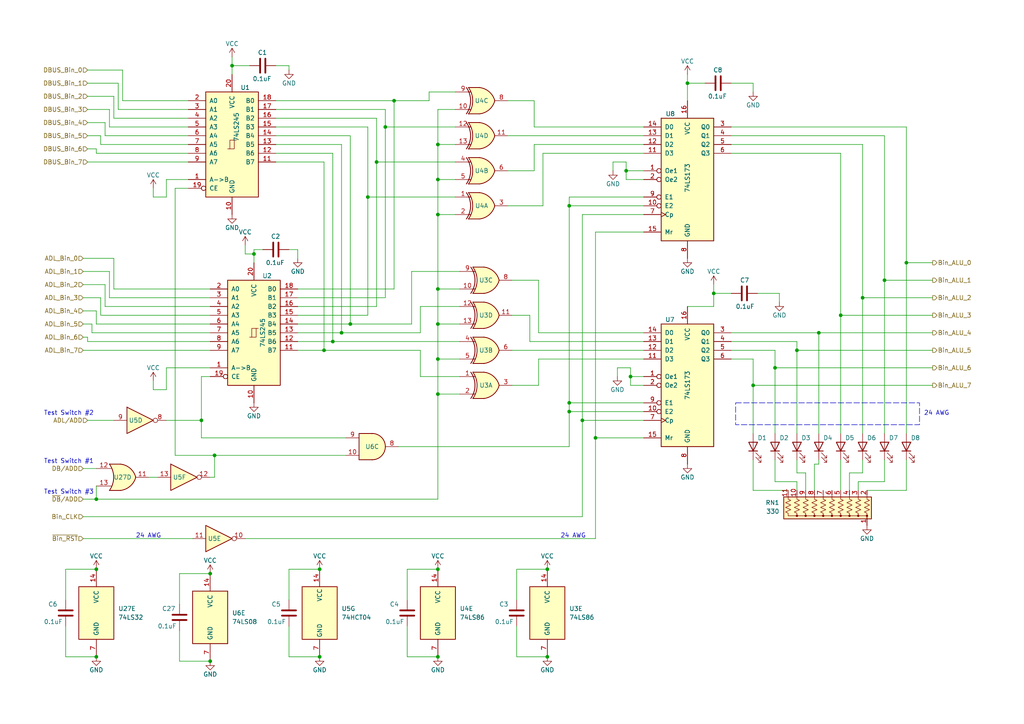
<source format=kicad_sch>
(kicad_sch (version 20230121) (generator eeschema)
  (paper "A4")
  (title_block (title "PRP-6502 -- ALU : B Input Register") (date "2023-07-06") (rev "1") (company "PRP-DIY"))
  (lib_symbols
    (symbol "74xx:74HCT04"
      (property "Reference" "U" (at 0 1.27 0))
      (property "Value" "74HCT04" (at 0 -1.27 0))
      (symbol "74HCT04_1_0"
        (pin input line (at -7.62 0 0) (length 3.81) (name "~") (number "1"))
        (pin output inverted (at 7.62 0 180) (length 3.81) (name "~") (number "2"))
      )
      (symbol "74HCT04_2_0"
        (pin input line (at -7.62 0 0) (length 3.81) (name "~") (number "3"))
        (pin output inverted (at 7.62 0 180) (length 3.81) (name "~") (number "4"))
      )
      (symbol "74HCT04_3_0"
        (pin input line (at -7.62 0 0) (length 3.81) (name "~") (number "5"))
        (pin output inverted (at 7.62 0 180) (length 3.81) (name "~") (number "6"))
      )
      (symbol "74HCT04_4_0"
        (pin output inverted (at 7.62 0 180) (length 3.81) (name "~") (number "8"))
        (pin input line (at -7.62 0 0) (length 3.81) (name "~") (number "9"))
      )
      (symbol "74HCT04_5_0"
        (pin output inverted (at 7.62 0 180) (length 3.81) (name "~") (number "10"))
        (pin input line (at -7.62 0 0) (length 3.81) (name "~") (number "11"))
      )
      (symbol "74HCT04_6_0"
        (pin output inverted (at 7.62 0 180) (length 3.81) (name "~") (number "12"))
        (pin input line (at -7.62 0 0) (length 3.81) (name "~") (number "13"))
      )
      (symbol "74HCT04_7_0"
        (pin power_in line (at 0 12.7 270) (length 5.08) (name "VCC") (number "14"))
        (pin power_in line (at 0 -12.7 90) (length 5.08) (name "GND") (number "7"))
      )
    )
    (symbol "74xx:74LS08" (pin_names (offset 1.016))
      (property "Reference" "U" (at 0 1.27 0))
      (property "Value" "74LS08" (at 0 -1.27 0))
      (symbol "74LS08_1_1"
        (pin input line (at -7.62 2.54 0) (length 3.81) (name "~") (number "1"))
        (pin input line (at -7.62 -2.54 0) (length 3.81) (name "~") (number "2"))
        (pin output line (at 7.62 0 180) (length 3.81) (name "~") (number "3"))
      )
      (symbol "74LS08_1_2"
        (pin input inverted (at -7.62 2.54 0) (length 4.318) (name "~") (number "1"))
        (pin input inverted (at -7.62 -2.54 0) (length 4.318) (name "~") (number "2"))
        (pin output inverted (at 7.62 0 180) (length 3.81) (name "~") (number "3"))
      )
      (symbol "74LS08_2_1"
        (pin input line (at -7.62 2.54 0) (length 3.81) (name "~") (number "4"))
        (pin input line (at -7.62 -2.54 0) (length 3.81) (name "~") (number "5"))
        (pin output line (at 7.62 0 180) (length 3.81) (name "~") (number "6"))
      )
      (symbol "74LS08_2_2"
        (pin input inverted (at -7.62 2.54 0) (length 4.318) (name "~") (number "4"))
        (pin input inverted (at -7.62 -2.54 0) (length 4.318) (name "~") (number "5"))
        (pin output inverted (at 7.62 0 180) (length 3.81) (name "~") (number "6"))
      )
      (symbol "74LS08_3_1"
        (pin input line (at -7.62 -2.54 0) (length 3.81) (name "~") (number "10"))
        (pin output line (at 7.62 0 180) (length 3.81) (name "~") (number "8"))
        (pin input line (at -7.62 2.54 0) (length 3.81) (name "~") (number "9"))
      )
      (symbol "74LS08_3_2"
        (pin input inverted (at -7.62 -2.54 0) (length 4.318) (name "~") (number "10"))
        (pin output inverted (at 7.62 0 180) (length 3.81) (name "~") (number "8"))
        (pin input inverted (at -7.62 2.54 0) (length 4.318) (name "~") (number "9"))
      )
      (symbol "74LS08_4_1"
        (pin output line (at 7.62 0 180) (length 3.81) (name "~") (number "11"))
        (pin input line (at -7.62 2.54 0) (length 3.81) (name "~") (number "12"))
        (pin input line (at -7.62 -2.54 0) (length 3.81) (name "~") (number "13"))
      )
      (symbol "74LS08_4_2"
        (pin output inverted (at 7.62 0 180) (length 3.81) (name "~") (number "11"))
        (pin input inverted (at -7.62 2.54 0) (length 4.318) (name "~") (number "12"))
        (pin input inverted (at -7.62 -2.54 0) (length 4.318) (name "~") (number "13"))
      )
      (symbol "74LS08_5_0"
        (pin power_in line (at 0 12.7 270) (length 5.08) (name "VCC") (number "14"))
        (pin power_in line (at 0 -12.7 90) (length 5.08) (name "GND") (number "7"))
      )
    )
    (symbol "74xx:74LS173" (pin_names (offset 1.016))
      (property "Reference" "U" (at -7.62 19.05 0))
      (property "Value" "74LS173" (at -7.62 -19.05 0))
      (symbol "74LS173_1_0"
        (pin input inverted (at -12.7 2.54 0) (length 5.08) (name "Oe1") (number "1"))
        (pin input inverted (at -12.7 -7.62 0) (length 5.08) (name "E2") (number "10"))
        (pin input line (at -12.7 7.62 0) (length 5.08) (name "D3") (number "11"))
        (pin input line (at -12.7 10.16 0) (length 5.08) (name "D2") (number "12"))
        (pin input line (at -12.7 12.7 0) (length 5.08) (name "D1") (number "13"))
        (pin input line (at -12.7 15.24 0) (length 5.08) (name "D0") (number "14"))
        (pin input line (at -12.7 -15.24 0) (length 5.08) (name "Mr") (number "15"))
        (pin power_in line (at 0 22.86 270) (length 5.08) (name "VCC") (number "16"))
        (pin input inverted (at -12.7 0 0) (length 5.08) (name "Oe2") (number "2"))
        (pin tri_state line (at 12.7 15.24 180) (length 5.08) (name "Q0") (number "3"))
        (pin tri_state line (at 12.7 12.7 180) (length 5.08) (name "Q1") (number "4"))
        (pin tri_state line (at 12.7 10.16 180) (length 5.08) (name "Q2") (number "5"))
        (pin tri_state line (at 12.7 7.62 180) (length 5.08) (name "Q3") (number "6"))
        (pin input clock (at -12.7 -10.16 0) (length 5.08) (name "Cp") (number "7"))
        (pin power_in line (at 0 -22.86 90) (length 5.08) (name "GND") (number "8"))
        (pin input inverted (at -12.7 -5.08 0) (length 5.08) (name "E1") (number "9"))
      )
    )
    (symbol "74xx:74LS245" (pin_names (offset 1.016))
      (property "Reference" "U" (at -7.62 16.51 0))
      (property "Value" "74LS245" (at -7.62 -16.51 0))
      (symbol "74LS245_1_0"
        (pin input line (at -12.7 -10.16 0) (length 5.08) (name "A->B") (number "1"))
        (pin power_in line (at 0 -20.32 90) (length 5.08) (name "GND") (number "10"))
        (pin tri_state line (at 12.7 -5.08 180) (length 5.08) (name "B7") (number "11"))
        (pin tri_state line (at 12.7 -2.54 180) (length 5.08) (name "B6") (number "12"))
        (pin tri_state line (at 12.7 0 180) (length 5.08) (name "B5") (number "13"))
        (pin tri_state line (at 12.7 2.54 180) (length 5.08) (name "B4") (number "14"))
        (pin tri_state line (at 12.7 5.08 180) (length 5.08) (name "B3") (number "15"))
        (pin tri_state line (at 12.7 7.62 180) (length 5.08) (name "B2") (number "16"))
        (pin tri_state line (at 12.7 10.16 180) (length 5.08) (name "B1") (number "17"))
        (pin tri_state line (at 12.7 12.7 180) (length 5.08) (name "B0") (number "18"))
        (pin input inverted (at -12.7 -12.7 0) (length 5.08) (name "CE") (number "19"))
        (pin tri_state line (at -12.7 12.7 0) (length 5.08) (name "A0") (number "2"))
        (pin power_in line (at 0 20.32 270) (length 5.08) (name "VCC") (number "20"))
        (pin tri_state line (at -12.7 10.16 0) (length 5.08) (name "A1") (number "3"))
        (pin tri_state line (at -12.7 7.62 0) (length 5.08) (name "A2") (number "4"))
        (pin tri_state line (at -12.7 5.08 0) (length 5.08) (name "A3") (number "5"))
        (pin tri_state line (at -12.7 2.54 0) (length 5.08) (name "A4") (number "6"))
        (pin tri_state line (at -12.7 0 0) (length 5.08) (name "A5") (number "7"))
        (pin tri_state line (at -12.7 -2.54 0) (length 5.08) (name "A6") (number "8"))
        (pin tri_state line (at -12.7 -5.08 0) (length 5.08) (name "A7") (number "9"))
      )
    )
    (symbol "74xx:74LS32" (pin_names (offset 1.016))
      (property "Reference" "U" (at 0 1.27 0))
      (property "Value" "74LS32" (at 0 -1.27 0))
      (symbol "74LS32_1_1"
        (pin input line (at -7.62 2.54 0) (length 4.318) (name "~") (number "1"))
        (pin input line (at -7.62 -2.54 0) (length 4.318) (name "~") (number "2"))
        (pin output line (at 7.62 0 180) (length 3.81) (name "~") (number "3"))
      )
      (symbol "74LS32_1_2"
        (pin input inverted (at -7.62 2.54 0) (length 3.81) (name "~") (number "1"))
        (pin input inverted (at -7.62 -2.54 0) (length 3.81) (name "~") (number "2"))
        (pin output inverted (at 7.62 0 180) (length 3.81) (name "~") (number "3"))
      )
      (symbol "74LS32_2_1"
        (pin input line (at -7.62 2.54 0) (length 4.318) (name "~") (number "4"))
        (pin input line (at -7.62 -2.54 0) (length 4.318) (name "~") (number "5"))
        (pin output line (at 7.62 0 180) (length 3.81) (name "~") (number "6"))
      )
      (symbol "74LS32_2_2"
        (pin input inverted (at -7.62 2.54 0) (length 3.81) (name "~") (number "4"))
        (pin input inverted (at -7.62 -2.54 0) (length 3.81) (name "~") (number "5"))
        (pin output inverted (at 7.62 0 180) (length 3.81) (name "~") (number "6"))
      )
      (symbol "74LS32_3_1"
        (pin input line (at -7.62 -2.54 0) (length 4.318) (name "~") (number "10"))
        (pin output line (at 7.62 0 180) (length 3.81) (name "~") (number "8"))
        (pin input line (at -7.62 2.54 0) (length 4.318) (name "~") (number "9"))
      )
      (symbol "74LS32_3_2"
        (pin input inverted (at -7.62 -2.54 0) (length 3.81) (name "~") (number "10"))
        (pin output inverted (at 7.62 0 180) (length 3.81) (name "~") (number "8"))
        (pin input inverted (at -7.62 2.54 0) (length 3.81) (name "~") (number "9"))
      )
      (symbol "74LS32_4_1"
        (pin output line (at 7.62 0 180) (length 3.81) (name "~") (number "11"))
        (pin input line (at -7.62 2.54 0) (length 4.318) (name "~") (number "12"))
        (pin input line (at -7.62 -2.54 0) (length 4.318) (name "~") (number "13"))
      )
      (symbol "74LS32_4_2"
        (pin output inverted (at 7.62 0 180) (length 3.81) (name "~") (number "11"))
        (pin input inverted (at -7.62 2.54 0) (length 3.81) (name "~") (number "12"))
        (pin input inverted (at -7.62 -2.54 0) (length 3.81) (name "~") (number "13"))
      )
      (symbol "74LS32_5_0"
        (pin power_in line (at 0 12.7 270) (length 5.08) (name "VCC") (number "14"))
        (pin power_in line (at 0 -12.7 90) (length 5.08) (name "GND") (number "7"))
      )
    )
    (symbol "74xx:74LS86" (pin_names (offset 1.016))
      (property "Reference" "U" (at 0 1.27 0))
      (property "Value" "74LS86" (at 0 -1.27 0))
      (symbol "74LS86_1_0"
        (pin input line (at -7.62 2.54 0) (length 4.445) (name "~") (number "1"))
        (pin input line (at -7.62 -2.54 0) (length 4.445) (name "~") (number "2"))
        (pin output line (at 7.62 0 180) (length 3.81) (name "~") (number "3"))
      )
      (symbol "74LS86_2_0"
        (pin input line (at -7.62 2.54 0) (length 4.445) (name "~") (number "4"))
        (pin input line (at -7.62 -2.54 0) (length 4.445) (name "~") (number "5"))
        (pin output line (at 7.62 0 180) (length 3.81) (name "~") (number "6"))
      )
      (symbol "74LS86_3_0"
        (pin input line (at -7.62 -2.54 0) (length 4.445) (name "~") (number "10"))
        (pin output line (at 7.62 0 180) (length 3.81) (name "~") (number "8"))
        (pin input line (at -7.62 2.54 0) (length 4.445) (name "~") (number "9"))
      )
      (symbol "74LS86_4_0"
        (pin output line (at 7.62 0 180) (length 3.81) (name "~") (number "11"))
        (pin input line (at -7.62 2.54 0) (length 4.445) (name "~") (number "12"))
        (pin input line (at -7.62 -2.54 0) (length 4.445) (name "~") (number "13"))
      )
      (symbol "74LS86_5_0"
        (pin power_in line (at 0 12.7 270) (length 5.08) (name "VCC") (number "14"))
        (pin power_in line (at 0 -12.7 90) (length 5.08) (name "GND") (number "7"))
      )
    )
    (symbol "Device:C" (pin_numbers hide) (pin_names (offset 0.254))
      (property "Reference" "C" (at 0.635 2.54 0))
      (property "Value" "C" (at 0.635 -2.54 0))
      (symbol "C_1_1"
        (pin passive line (at 0 3.81 270) (length 2.794) (name "~") (number "1"))
        (pin passive line (at 0 -3.81 90) (length 2.794) (name "~") (number "2"))
      )
    )
    (symbol "Device:LED" (pin_numbers hide) (pin_names (offset 1.016) hide)
      (property "Reference" "D" (at 0 2.54 0))
      (property "Value" "LED" (at 0 -2.54 0))
      (symbol "LED_1_1"
        (pin passive line (at -3.81 0 0) (length 2.54) (name "K") (number "1"))
        (pin passive line (at 3.81 0 180) (length 2.54) (name "A") (number "2"))
      )
    )
    (symbol "Device:R_Network10_US" (pin_names (offset 0) hide)
      (property "Reference" "RN" (at -15.24 0 90))
      (property "Value" "R_Network10_US" (at 12.7 0 90))
      (symbol "R_Network10_US_1_1"
        (pin passive line (at -12.7 5.08 270) (length 2.54) (name "common") (number "1"))
        (pin passive line (at 7.62 -5.08 90) (length 1.27) (name "R9") (number "10"))
        (pin passive line (at 10.16 -5.08 90) (length 1.27) (name "R10") (number "11"))
        (pin passive line (at -12.7 -5.08 90) (length 1.27) (name "R1") (number "2"))
        (pin passive line (at -10.16 -5.08 90) (length 1.27) (name "R2") (number "3"))
        (pin passive line (at -7.62 -5.08 90) (length 1.27) (name "R3") (number "4"))
        (pin passive line (at -5.08 -5.08 90) (length 1.27) (name "R4") (number "5"))
        (pin passive line (at -2.54 -5.08 90) (length 1.27) (name "R5") (number "6"))
        (pin passive line (at 0 -5.08 90) (length 1.27) (name "R6") (number "7"))
        (pin passive line (at 2.54 -5.08 90) (length 1.27) (name "R7") (number "8"))
        (pin passive line (at 5.08 -5.08 90) (length 1.27) (name "R8") (number "9"))
      )
    )
    (symbol "power:GND" (power) (pin_names (offset 0))
      (property "Value" "GND" (at 0 -3.81 0))
      (symbol "GND_1_1"
        (pin power_in line (at 0 0 270) (length 0) hide (name "GND") (number "1"))
      )
    )
    (symbol "power:VCC" (power) (pin_names (offset 0))
      (property "Value" "VCC" (at 0 3.81 0))
      (symbol "VCC_1_1"
        (pin power_in line (at 0 0 90) (length 0) hide (name "VCC") (number "1"))
      )
    )
  )
  (junction (at 114.3 29.21))
  (junction (at 237.49 96.52))
  (junction (at 111.76 36.83))
  (junction (at 73.66 73.66))
  (junction (at 99.06 96.52))
  (junction (at 62.23 132.08))
  (junction (at 158.75 190.5))
  (junction (at 158.75 165.1))
  (junction (at 127 165.1))
  (junction (at 60.96 166.37))
  (junction (at 199.39 24.13))
  (junction (at 231.14 101.6))
  (junction (at 93.98 101.6))
  (junction (at 92.71 190.5))
  (junction (at 243.84 91.44))
  (junction (at 60.96 191.77))
  (junction (at 106.68 57.15))
  (junction (at 172.72 127))
  (junction (at 92.71 165.1))
  (junction (at 27.94 165.1))
  (junction (at 127 41.91))
  (junction (at 67.31 19.05))
  (junction (at 58.42 121.92))
  (junction (at 262.89 76.2))
  (junction (at 109.22 46.99))
  (junction (at 168.91 121.92))
  (junction (at 127 104.14))
  (junction (at 165.1 116.84))
  (junction (at 256.54 81.28))
  (junction (at 224.79 106.68))
  (junction (at 127 114.3))
  (junction (at 101.6 93.98))
  (junction (at 127 93.98))
  (junction (at 27.94 190.5))
  (junction (at 127 190.5))
  (junction (at 218.44 111.76))
  (junction (at 127 52.07))
  (junction (at 181.61 49.53))
  (junction (at 165.1 59.69))
  (junction (at 207.01 85.09))
  (junction (at 96.52 99.06))
  (junction (at 127 62.23))
  (junction (at 182.88 109.22))
  (junction (at 165.1 119.38))
  (junction (at 250.19 86.36))
  (junction (at 127 83.82))
  (junction (at 27.94 144.78))
  (wire (pts (xy 101.6 39.37) (xy 101.6 93.98)))
  (wire (pts (xy 31.75 86.36) (xy 31.75 78.74)))
  (wire (pts (xy 121.92 109.22) (xy 121.92 101.6)))
  (wire (pts (xy 256.54 139.7) (xy 256.54 133.35)))
  (wire (pts (xy 165.1 119.38) (xy 165.1 116.84)))
  (wire (pts (xy 147.32 59.69) (xy 157.48 59.69)))
  (wire (pts (xy 60.96 83.82) (xy 33.02 83.82)))
  (wire (pts (xy 118.11 173.99) (xy 118.11 165.1)))
  (wire (pts (xy 237.49 96.52) (xy 237.49 125.73)))
  (wire (pts (xy 62.23 132.08) (xy 50.8 132.08)))
  (wire (pts (xy 248.92 139.7) (xy 256.54 139.7)))
  (wire (pts (xy 34.29 24.13) (xy 25.4 24.13)))
  (wire (pts (xy 224.79 101.6) (xy 224.79 106.68)))
  (wire (pts (xy 127 52.07) (xy 132.08 52.07)))
  (wire (pts (xy 224.79 106.68) (xy 224.79 125.73)))
  (wire (pts (xy 182.88 109.22) (xy 186.69 109.22)))
  (wire (pts (xy 154.94 49.53) (xy 147.32 49.53)))
  (wire (pts (xy 127 41.91) (xy 127 52.07)))
  (wire (pts (xy 156.21 96.52) (xy 156.21 81.28)))
  (wire (pts (xy 80.01 31.75) (xy 111.76 31.75)))
  (wire (pts (xy 24.13 144.78) (xy 27.94 144.78)))
  (wire (pts (xy 80.01 41.91) (xy 99.06 41.91)))
  (wire (pts (xy 118.11 190.5) (xy 127 190.5)))
  (wire (pts (xy 31.75 31.75) (xy 25.4 31.75)))
  (wire (pts (xy 179.07 106.68) (xy 179.07 109.22)))
  (wire (pts (xy 149.86 190.5) (xy 158.75 190.5)))
  (wire (pts (xy 199.39 24.13) (xy 199.39 29.21)))
  (wire (pts (xy 218.44 111.76) (xy 270.51 111.76)))
  (wire (pts (xy 127 104.14) (xy 127 114.3)))
  (wire (pts (xy 224.79 139.7) (xy 224.79 133.35)))
  (wire (pts (xy 96.52 99.06) (xy 133.35 99.06)))
  (wire (pts (xy 127 93.98) (xy 127 104.14)))
  (wire (pts (xy 165.1 59.69) (xy 186.69 59.69)))
  (wire (pts (xy 93.98 46.99) (xy 93.98 101.6)))
  (wire (pts (xy 83.82 190.5) (xy 92.71 190.5)))
  (wire (pts (xy 33.02 83.82) (xy 33.02 74.93)))
  (wire (pts (xy 156.21 104.14) (xy 156.21 111.76)))
  (wire (pts (xy 237.49 134.62) (xy 236.22 134.62)))
  (wire (pts (xy 114.3 29.21) (xy 124.46 29.21)))
  (wire (pts (xy 157.48 44.45) (xy 157.48 59.69)))
  (wire (pts (xy 199.39 88.9) (xy 207.01 88.9)))
  (wire (pts (xy 207.01 85.09) (xy 212.09 85.09)))
  (wire (pts (xy 24.13 156.21) (xy 55.88 156.21)))
  (wire (pts (xy 186.69 41.91) (xy 154.94 41.91)))
  (wire (pts (xy 44.45 110.49) (xy 44.45 113.03)))
  (wire (pts (xy 186.69 52.07) (xy 181.61 52.07)))
  (wire (pts (xy 256.54 81.28) (xy 256.54 125.73)))
  (wire (pts (xy 86.36 96.52) (xy 99.06 96.52)))
  (wire (pts (xy 132.08 26.67) (xy 124.46 26.67)))
  (wire (pts (xy 132.08 31.75) (xy 127 31.75)))
  (wire (pts (xy 83.82 19.05) (xy 83.82 20.32)))
  (wire (pts (xy 30.48 35.56) (xy 25.4 35.56)))
  (wire (pts (xy 168.91 121.92) (xy 168.91 149.86)))
  (wire (pts (xy 31.75 36.83) (xy 31.75 31.75)))
  (wire (pts (xy 119.38 78.74) (xy 119.38 93.98)))
  (wire (pts (xy 237.49 134.62) (xy 237.49 133.35)))
  (wire (pts (xy 83.82 173.99) (xy 83.82 165.1)))
  (wire (pts (xy 27.94 44.45) (xy 27.94 43.18)))
  (wire (pts (xy 154.94 41.91) (xy 154.94 49.53)))
  (wire (pts (xy 186.69 62.23) (xy 168.91 62.23)))
  (wire (pts (xy 243.84 44.45) (xy 243.84 91.44)))
  (wire (pts (xy 127 41.91) (xy 132.08 41.91)))
  (wire (pts (xy 231.14 139.7) (xy 231.14 142.24)))
  (wire (pts (xy 29.21 41.91) (xy 29.21 39.37)))
  (wire (pts (xy 231.14 99.06) (xy 231.14 101.6)))
  (wire (pts (xy 27.94 90.17) (xy 24.13 90.17)))
  (wire (pts (xy 111.76 86.36) (xy 111.76 36.83)))
  (wire (pts (xy 199.39 21.59) (xy 199.39 24.13)))
  (wire (pts (xy 228.6 142.24) (xy 218.44 142.24)))
  (wire (pts (xy 165.1 57.15) (xy 165.1 59.69)))
  (wire (pts (xy 50.8 132.08) (xy 50.8 54.61)))
  (wire (pts (xy 62.23 132.08) (xy 100.33 132.08)))
  (wire (pts (xy 58.42 127) (xy 58.42 121.92)))
  (wire (pts (xy 186.69 36.83) (xy 154.94 36.83)))
  (wire (pts (xy 127 52.07) (xy 127 62.23)))
  (wire (pts (xy 67.31 19.05) (xy 67.31 21.59)))
  (wire (pts (xy 26.67 96.52) (xy 26.67 93.98)))
  (wire (pts (xy 172.72 127) (xy 186.69 127)))
  (wire (pts (xy 246.38 142.24) (xy 246.38 137.16)))
  (wire (pts (xy 19.05 165.1) (xy 27.94 165.1)))
  (wire (pts (xy 80.01 36.83) (xy 106.68 36.83)))
  (wire (pts (xy 26.67 93.98) (xy 24.13 93.98)))
  (wire (pts (xy 60.96 138.43) (xy 62.23 138.43)))
  (wire (pts (xy 48.26 52.07) (xy 54.61 52.07)))
  (wire (pts (xy 52.07 175.26) (xy 52.07 166.37)))
  (wire (pts (xy 33.02 34.29) (xy 33.02 27.94)))
  (wire (pts (xy 250.19 41.91) (xy 250.19 86.36)))
  (wire (pts (xy 73.66 72.39) (xy 73.66 73.66)))
  (wire (pts (xy 153.67 91.44) (xy 153.67 99.06)))
  (wire (pts (xy 54.61 39.37) (xy 30.48 39.37)))
  (wire (pts (xy 83.82 165.1) (xy 92.71 165.1)))
  (wire (pts (xy 127 114.3) (xy 133.35 114.3)))
  (wire (pts (xy 212.09 104.14) (xy 218.44 104.14)))
  (wire (pts (xy 127 104.14) (xy 133.35 104.14)))
  (wire (pts (xy 262.89 142.24) (xy 262.89 133.35)))
  (wire (pts (xy 86.36 101.6) (xy 93.98 101.6)))
  (wire (pts (xy 165.1 59.69) (xy 165.1 116.84)))
  (wire (pts (xy 127 62.23) (xy 127 83.82)))
  (wire (pts (xy 29.21 91.44) (xy 29.21 86.36)))
  (wire (pts (xy 148.59 91.44) (xy 153.67 91.44)))
  (wire (pts (xy 80.01 39.37) (xy 101.6 39.37)))
  (wire (pts (xy 156.21 111.76) (xy 148.59 111.76)))
  (wire (pts (xy 86.36 86.36) (xy 111.76 86.36)))
  (wire (pts (xy 80.01 44.45) (xy 96.52 44.45)))
  (wire (pts (xy 111.76 36.83) (xy 132.08 36.83)))
  (wire (pts (xy 106.68 36.83) (xy 106.68 57.15)))
  (wire (pts (xy 250.19 86.36) (xy 270.51 86.36)))
  (wire (pts (xy 181.61 46.99) (xy 177.8 46.99)))
  (wire (pts (xy 181.61 52.07) (xy 181.61 49.53)))
  (wire (pts (xy 27.94 144.78) (xy 27.94 140.97)))
  (wire (pts (xy 182.88 111.76) (xy 182.88 109.22)))
  (wire (pts (xy 127 93.98) (xy 133.35 93.98)))
  (wire (pts (xy 67.31 19.05) (xy 72.39 19.05)))
  (wire (pts (xy 29.21 39.37) (xy 25.4 39.37)))
  (wire (pts (xy 262.89 76.2) (xy 262.89 125.73)))
  (wire (pts (xy 147.32 39.37) (xy 186.69 39.37)))
  (wire (pts (xy 212.09 36.83) (xy 262.89 36.83)))
  (wire (pts (xy 48.26 106.68) (xy 60.96 106.68)))
  (wire (pts (xy 186.69 57.15) (xy 165.1 57.15)))
  (wire (pts (xy 127 31.75) (xy 127 41.91)))
  (wire (pts (xy 29.21 86.36) (xy 24.13 86.36)))
  (wire (pts (xy 33.02 74.93) (xy 24.13 74.93)))
  (wire (pts (xy 52.07 166.37) (xy 60.96 166.37)))
  (wire (pts (xy 93.98 101.6) (xy 121.92 101.6)))
  (wire (pts (xy 251.46 142.24) (xy 262.89 142.24)))
  (wire (pts (xy 149.86 181.61) (xy 149.86 190.5)))
  (wire (pts (xy 186.69 96.52) (xy 156.21 96.52)))
  (wire (pts (xy 50.8 54.61) (xy 54.61 54.61)))
  (wire (pts (xy 236.22 142.24) (xy 236.22 134.62)))
  (wire (pts (xy 172.72 67.31) (xy 172.72 127)))
  (wire (pts (xy 219.71 85.09) (xy 226.06 85.09)))
  (wire (pts (xy 148.59 101.6) (xy 186.69 101.6)))
  (wire (pts (xy 58.42 109.22) (xy 60.96 109.22)))
  (wire (pts (xy 54.61 44.45) (xy 27.94 44.45)))
  (wire (pts (xy 31.75 78.74) (xy 24.13 78.74)))
  (wire (pts (xy 27.94 93.98) (xy 27.94 90.17)))
  (wire (pts (xy 24.13 149.86) (xy 168.91 149.86)))
  (wire (pts (xy 54.61 29.21) (xy 35.56 29.21)))
  (wire (pts (xy 25.4 99.06) (xy 25.4 97.79)))
  (wire (pts (xy 86.36 99.06) (xy 96.52 99.06)))
  (wire (pts (xy 30.48 88.9) (xy 30.48 82.55)))
  (wire (pts (xy 109.22 46.99) (xy 109.22 88.9)))
  (wire (pts (xy 231.14 139.7) (xy 224.79 139.7)))
  (wire (pts (xy 256.54 39.37) (xy 256.54 81.28)))
  (wire (pts (xy 186.69 67.31) (xy 172.72 67.31)))
  (wire (pts (xy 182.88 106.68) (xy 179.07 106.68)))
  (wire (pts (xy 114.3 29.21) (xy 114.3 83.82)))
  (wire (pts (xy 246.38 137.16) (xy 250.19 137.16)))
  (wire (pts (xy 109.22 34.29) (xy 109.22 46.99)))
  (wire (pts (xy 60.96 88.9) (xy 30.48 88.9)))
  (wire (pts (xy 109.22 46.99) (xy 132.08 46.99)))
  (wire (pts (xy 101.6 93.98) (xy 119.38 93.98)))
  (wire (pts (xy 212.09 44.45) (xy 243.84 44.45)))
  (wire (pts (xy 71.12 71.12) (xy 71.12 73.66)))
  (wire (pts (xy 62.23 138.43) (xy 62.23 132.08)))
  (wire (pts (xy 44.45 57.15) (xy 48.26 57.15)))
  (wire (pts (xy 250.19 137.16) (xy 250.19 133.35)))
  (wire (pts (xy 207.01 82.55) (xy 207.01 85.09)))
  (wire (pts (xy 243.84 91.44) (xy 243.84 125.73)))
  (wire (pts (xy 19.05 181.61) (xy 19.05 190.5)))
  (wire (pts (xy 121.92 96.52) (xy 99.06 96.52)))
  (wire (pts (xy 54.61 41.91) (xy 29.21 41.91)))
  (wire (pts (xy 24.13 101.6) (xy 60.96 101.6)))
  (wire (pts (xy 218.44 104.14) (xy 218.44 111.76)))
  (wire (pts (xy 186.69 44.45) (xy 157.48 44.45)))
  (wire (pts (xy 243.84 91.44) (xy 270.51 91.44)))
  (wire (pts (xy 168.91 62.23) (xy 168.91 121.92)))
  (wire (pts (xy 35.56 20.32) (xy 25.4 20.32)))
  (wire (pts (xy 121.92 88.9) (xy 121.92 96.52)))
  (wire (pts (xy 60.96 86.36) (xy 31.75 86.36)))
  (wire (pts (xy 248.92 139.7) (xy 248.92 142.24)))
  (wire (pts (xy 119.38 78.74) (xy 133.35 78.74)))
  (wire (pts (xy 212.09 99.06) (xy 231.14 99.06)))
  (wire (pts (xy 52.07 191.77) (xy 60.96 191.77)))
  (wire (pts (xy 100.33 127) (xy 58.42 127)))
  (wire (pts (xy 86.36 72.39) (xy 86.36 74.93)))
  (wire (pts (xy 218.44 142.24) (xy 218.44 133.35)))
  (wire (pts (xy 54.61 34.29) (xy 33.02 34.29)))
  (wire (pts (xy 60.96 91.44) (xy 29.21 91.44)))
  (wire (pts (xy 199.39 24.13) (xy 204.47 24.13)))
  (wire (pts (xy 58.42 121.92) (xy 58.42 109.22)))
  (wire (pts (xy 115.57 129.54) (xy 165.1 129.54)))
  (wire (pts (xy 80.01 29.21) (xy 114.3 29.21)))
  (wire (pts (xy 25.4 46.99) (xy 54.61 46.99)))
  (wire (pts (xy 48.26 121.92) (xy 58.42 121.92)))
  (wire (pts (xy 80.01 46.99) (xy 93.98 46.99)))
  (wire (pts (xy 168.91 121.92) (xy 186.69 121.92)))
  (wire (pts (xy 33.02 27.94) (xy 25.4 27.94)))
  (wire (pts (xy 262.89 36.83) (xy 262.89 76.2)))
  (wire (pts (xy 44.45 113.03) (xy 48.26 113.03)))
  (wire (pts (xy 19.05 190.5) (xy 27.94 190.5)))
  (wire (pts (xy 106.68 57.15) (xy 132.08 57.15)))
  (wire (pts (xy 67.31 16.51) (xy 67.31 19.05)))
  (wire (pts (xy 231.14 101.6) (xy 231.14 125.73)))
  (wire (pts (xy 149.86 173.99) (xy 149.86 165.1)))
  (wire (pts (xy 172.72 127) (xy 172.72 156.21)))
  (wire (pts (xy 30.48 39.37) (xy 30.48 35.56)))
  (wire (pts (xy 133.35 88.9) (xy 121.92 88.9)))
  (wire (pts (xy 27.94 43.18) (xy 25.4 43.18)))
  (wire (pts (xy 127 62.23) (xy 132.08 62.23)))
  (wire (pts (xy 99.06 41.91) (xy 99.06 96.52)))
  (wire (pts (xy 34.29 31.75) (xy 34.29 24.13)))
  (wire (pts (xy 83.82 72.39) (xy 86.36 72.39)))
  (wire (pts (xy 165.1 119.38) (xy 186.69 119.38)))
  (wire (pts (xy 80.01 19.05) (xy 83.82 19.05)))
  (wire (pts (xy 48.26 113.03) (xy 48.26 106.68)))
  (wire (pts (xy 233.68 137.16) (xy 231.14 137.16)))
  (wire (pts (xy 212.09 24.13) (xy 218.44 24.13)))
  (wire (pts (xy 127 83.82) (xy 133.35 83.82)))
  (wire (pts (xy 262.89 76.2) (xy 270.51 76.2)))
  (wire (pts (xy 186.69 111.76) (xy 182.88 111.76)))
  (wire (pts (xy 60.96 96.52) (xy 26.67 96.52)))
  (wire (pts (xy 212.09 41.91) (xy 250.19 41.91)))
  (wire (pts (xy 243.84 133.35) (xy 243.84 142.24)))
  (wire (pts (xy 182.88 109.22) (xy 182.88 106.68)))
  (wire (pts (xy 24.13 135.89) (xy 27.94 135.89)))
  (wire (pts (xy 165.1 116.84) (xy 186.69 116.84)))
  (wire (pts (xy 212.09 39.37) (xy 256.54 39.37)))
  (wire (pts (xy 54.61 36.83) (xy 31.75 36.83)))
  (wire (pts (xy 35.56 29.21) (xy 35.56 20.32)))
  (wire (pts (xy 224.79 106.68) (xy 270.51 106.68)))
  (wire (pts (xy 45.72 138.43) (xy 43.18 138.43)))
  (wire (pts (xy 73.66 72.39) (xy 76.2 72.39)))
  (wire (pts (xy 118.11 181.61) (xy 118.11 190.5)))
  (wire (pts (xy 186.69 99.06) (xy 153.67 99.06)))
  (wire (pts (xy 54.61 31.75) (xy 34.29 31.75)))
  (wire (pts (xy 154.94 36.83) (xy 154.94 29.21)))
  (wire (pts (xy 96.52 44.45) (xy 96.52 99.06)))
  (wire (pts (xy 226.06 85.09) (xy 226.06 87.63)))
  (wire (pts (xy 177.8 46.99) (xy 177.8 49.53)))
  (wire (pts (xy 154.94 29.21) (xy 147.32 29.21)))
  (wire (pts (xy 127 114.3) (xy 127 144.78)))
  (wire (pts (xy 231.14 101.6) (xy 270.51 101.6)))
  (wire (pts (xy 80.01 34.29) (xy 109.22 34.29)))
  (wire (pts (xy 233.68 142.24) (xy 233.68 137.16)))
  (wire (pts (xy 149.86 165.1) (xy 158.75 165.1)))
  (wire (pts (xy 250.19 86.36) (xy 250.19 125.73)))
  (wire (pts (xy 212.09 101.6) (xy 224.79 101.6)))
  (wire (pts (xy 86.36 93.98) (xy 101.6 93.98)))
  (wire (pts (xy 71.12 73.66) (xy 73.66 73.66)))
  (wire (pts (xy 124.46 26.67) (xy 124.46 29.21)))
  (wire (pts (xy 118.11 165.1) (xy 127 165.1)))
  (wire (pts (xy 73.66 73.66) (xy 73.66 76.2)))
  (wire (pts (xy 106.68 57.15) (xy 106.68 91.44)))
  (wire (pts (xy 30.48 82.55) (xy 24.13 82.55)))
  (wire (pts (xy 106.68 91.44) (xy 86.36 91.44)))
  (wire (pts (xy 60.96 99.06) (xy 25.4 99.06)))
  (wire (pts (xy 44.45 54.61) (xy 44.45 57.15)))
  (wire (pts (xy 27.94 144.78) (xy 127 144.78)))
  (wire (pts (xy 83.82 181.61) (xy 83.82 190.5)))
  (wire (pts (xy 48.26 57.15) (xy 48.26 52.07)))
  (wire (pts (xy 133.35 109.22) (xy 121.92 109.22)))
  (wire (pts (xy 127 83.82) (xy 127 93.98)))
  (wire (pts (xy 52.07 182.88) (xy 52.07 191.77)))
  (wire (pts (xy 207.01 85.09) (xy 207.01 88.9)))
  (wire (pts (xy 60.96 93.98) (xy 27.94 93.98)))
  (wire (pts (xy 218.44 24.13) (xy 218.44 26.67)))
  (wire (pts (xy 71.12 156.21) (xy 172.72 156.21)))
  (wire (pts (xy 156.21 81.28) (xy 148.59 81.28)))
  (wire (pts (xy 181.61 49.53) (xy 181.61 46.99)))
  (wire (pts (xy 181.61 49.53) (xy 186.69 49.53)))
  (wire (pts (xy 237.49 96.52) (xy 270.51 96.52)))
  (wire (pts (xy 109.22 88.9) (xy 86.36 88.9)))
  (wire (pts (xy 114.3 83.82) (xy 86.36 83.82)))
  (wire (pts (xy 212.09 96.52) (xy 237.49 96.52)))
  (wire (pts (xy 186.69 104.14) (xy 156.21 104.14)))
  (wire (pts (xy 231.14 137.16) (xy 231.14 133.35)))
  (wire (pts (xy 19.05 173.99) (xy 19.05 165.1)))
  (wire (pts (xy 256.54 81.28) (xy 270.51 81.28)))
  (wire (pts (xy 111.76 36.83) (xy 111.76 31.75)))
  (wire (pts (xy 218.44 111.76) (xy 218.44 125.73)))
  (wire (pts (xy 165.1 119.38) (xy 165.1 129.54)))
  (wire (pts (xy 25.4 97.79) (xy 24.13 97.79)))
  (wire (pts (xy 25.4 121.92) (xy 33.02 121.92)))
  (rectangle (start 213.36 116.84) (end 266.7 123.19) (stroke (width 0) (type dash)))
  (text "Test Switch #1" (at 12.7 134.62 0) (effects (font (size 1.27 1.27)) (justify left bottom)))
  (text "Test Switch #3\n" (at 12.7 143.51 0) (effects (font (size 1.27 1.27)) (justify left bottom)))
  (text "24 AWG" (at 162.56 156.21 0) (effects (font (size 1.27 1.27)) (justify left bottom)))
  (text "24 AWG" (at 39.37 156.21 0) (effects (font (size 1.27 1.27)) (justify left bottom)))
  (text "24 AWG" (at 267.97 120.65 0) (effects (font (size 1.27 1.27)) (justify left bottom)))
  (text "Test Switch #2" (at 12.7 120.65 0) (effects (font (size 1.27 1.27)) (justify left bottom)))
  (hierarchical_label "Bin_ALU_0" (shape output) (at 270.51 76.2 0))
  (hierarchical_label "DBUS_Bin_7" (shape input) (at 25.4 46.99 180))
  (hierarchical_label "Bin_CLK" (shape input) (at 24.13 149.86 180))
  (hierarchical_label "~{DB}{slash}ADD" (shape input) (at 24.13 144.78 180))
  (hierarchical_label "DBUS_Bin_6" (shape input) (at 25.4 43.18 180))
  (hierarchical_label "ADL_Bin_5" (shape input) (at 24.13 93.98 180))
  (hierarchical_label "Bin_ALU_1" (shape output) (at 270.51 81.28 0))
  (hierarchical_label "Bin_ALU_3" (shape output) (at 270.51 91.44 0))
  (hierarchical_label "ADL_Bin_1" (shape input) (at 24.13 78.74 180))
  (hierarchical_label "ADL{slash}ADD" (shape input) (at 25.4 121.92 180))
  (hierarchical_label "DBUS_Bin_4" (shape input) (at 25.4 35.56 180))
  (hierarchical_label "ADL_Bin_4" (shape input) (at 24.13 90.17 180))
  (hierarchical_label "DBUS_Bin_1" (shape input) (at 25.4 24.13 180))
  (hierarchical_label "DBUS_Bin_2" (shape input) (at 25.4 27.94 180))
  (hierarchical_label "DBUS_Bin_0" (shape input) (at 25.4 20.32 180))
  (hierarchical_label "Bin_ALU_5" (shape output) (at 270.51 101.6 0))
  (hierarchical_label "DBUS_Bin_5" (shape input) (at 25.4 39.37 180))
  (hierarchical_label "ADL_Bin_0" (shape input) (at 24.13 74.93 180))
  (hierarchical_label "~{Bin_RST}" (shape input) (at 24.13 156.21 180))
  (hierarchical_label "Bin_ALU_6" (shape output) (at 270.51 106.68 0))
  (hierarchical_label "Bin_ALU_4" (shape output) (at 270.51 96.52 0))
  (hierarchical_label "ADL_Bin_7" (shape input) (at 24.13 101.6 180))
  (hierarchical_label "ADL_Bin_2" (shape input) (at 24.13 82.55 180))
  (hierarchical_label "ADL_Bin_3" (shape input) (at 24.13 86.36 180))
  (hierarchical_label "Bin_ALU_7" (shape output) (at 270.51 111.76 0))
  (hierarchical_label "ADL_Bin_6" (shape input) (at 24.13 97.79 180))
  (hierarchical_label "Bin_ALU_2" (shape output) (at 270.51 86.36 0))
  (hierarchical_label "DB{slash}ADD" (shape input) (at 24.13 135.89 180))
  (hierarchical_label "DBUS_Bin_3" (shape input) (at 25.4 31.75 180))
  (symbol (lib_id "Device:C") (at 208.28 24.13 90) (unit 1)
    (property "Reference" "C8" (at 209.55 20.32 90) (effects (justify left)))
    (property "Value" "0.1uF" (at 210.82 27.94 90) (effects (justify left)))
  )
  (symbol (lib_id "power:GND") (at 86.36 74.93 0) (unit 1)
    (property "Reference" "#PWR019" (effects hide))
    (property "Value" "GND" (at 86.36 78.74 0))
  )
  (symbol (lib_id "74xx:74LS86") (at 139.7 29.21 0) (unit 3)
    (property "Reference" "U4" (at 139.7 29.21 0))
    (property "Value" "74LS86" (effects hide))
    (property "Datasheet" "74xx/74ls86.pdf" (effects hide))
  )
  (symbol (lib_id "Device:C") (at 118.11 177.8 0) (unit 1)
    (property "Reference" "C4" (at 113.03 175.26 0) (effects (justify left)))
    (property "Value" "0.1uF" (at 111.76 180.34 0) (effects (justify left)))
  )
  (symbol (lib_id "74xx:74LS08") (at 60.96 179.07 0) (unit 5)
    (property "Reference" "U6" (at 67.31 177.8 0) (effects (justify left)))
    (property "Value" "74LS08" (at 67.31 180.34 0) (effects (justify left)))
    (property "Datasheet" "http://www.ti.com/lit/gpn/sn74LS08" (effects hide))
  )
  (symbol (lib_id "74xx:74LS32") (at 27.94 177.8 0) (unit 5)
    (property "Reference" "U27" (at 34.29 176.53 0) (effects (justify left)))
    (property "Value" "74LS32" (at 34.29 179.07 0) (effects (justify left)))
    (property "Datasheet" "http://www.ti.com/lit/gpn/sn74LS32" (effects hide))
  )
  (symbol (lib_id "power:VCC") (at 67.31 16.51 0) (unit 1)
    (property "Reference" "#PWR016" (effects hide))
    (property "Value" "VCC" (at 67.31 12.7 0))
  )
  (symbol (lib_id "Device:LED") (at 218.44 129.54 90) (unit 1)
    (property "Reference" "D1" (at 219.71 127 90) (effects (justify right)))
    (property "Value" "LED" (effects hide))
  )
  (symbol (lib_id "power:GND") (at 199.39 134.62 0) (unit 1)
    (property "Reference" "#PWR08" (effects hide))
    (property "Value" "GND" (at 199.39 138.43 0))
  )
  (symbol (lib_id "Device:LED") (at 224.79 129.54 90) (unit 1)
    (property "Reference" "D2" (at 226.06 127 90) (effects (justify right)))
    (property "Value" "LED" (effects hide))
  )
  (symbol (lib_id "74xx:74LS173") (at 199.39 52.07 0) (unit 1)
    (property "Reference" "U8" (at 193.04 33.02 0) (effects (justify left)))
    (property "Value" "74LS173" (at 199.39 55.88 90) (effects (justify left)))
    (property "Datasheet" "http://www.ti.com/lit/gpn/sn74LS173" (effects hide))
  )
  (symbol (lib_id "74xx:74HCT04") (at 63.5 156.21 0) (unit 5)
    (property "Reference" "U5" (at 62.23 156.21 0))
    (property "Value" "74HCT04" (effects hide))
    (property "Datasheet" "https://assets.nexperia.com/documents/data-sheet/74HC_HCT04.pdf" (effects hide))
  )
  (symbol (lib_id "power:VCC") (at 71.12 71.12 0) (unit 1)
    (property "Reference" "#PWR018" (effects hide))
    (property "Value" "VCC" (at 71.12 67.31 0))
  )
  (symbol (lib_id "power:GND") (at 251.46 152.4 0) (unit 1)
    (property "Reference" "#PWR03" (effects hide))
    (property "Value" "GND" (at 251.46 156.21 0))
  )
  (symbol (lib_id "power:GND") (at 218.44 26.67 0) (unit 1)
    (property "Reference" "#PWR012" (effects hide))
    (property "Value" "GND" (at 218.44 30.48 0))
  )
  (symbol (lib_id "74xx:74LS86") (at 127 177.8 0) (unit 5)
    (property "Reference" "U4" (at 133.35 176.53 0) (effects (justify left)))
    (property "Value" "74LS86" (at 133.35 179.07 0) (effects (justify left)))
    (property "Datasheet" "74xx/74ls86.pdf" (effects hide))
  )
  (symbol (lib_id "power:GND") (at 226.06 87.63 0) (unit 1)
    (property "Reference" "#PWR013" (effects hide))
    (property "Value" "GND" (at 226.06 91.44 0))
  )
  (symbol (lib_id "power:GND") (at 158.75 190.5 0) (unit 1)
    (property "Reference" "#PWR04" (effects hide))
    (property "Value" "GND" (at 158.75 194.31 0))
  )
  (symbol (lib_id "74xx:74LS86") (at 140.97 101.6 0) (unit 2)
    (property "Reference" "U3" (at 140.97 101.6 0))
    (property "Value" "74LS86" (effects hide))
    (property "Datasheet" "74xx/74ls86.pdf" (effects hide))
  )
  (symbol (lib_id "power:VCC") (at 44.45 110.49 0) (unit 1)
    (property "Reference" "#PWR023" (effects hide))
    (property "Value" "VCC" (at 44.45 106.68 0))
  )
  (symbol (lib_id "Device:C") (at 76.2 19.05 90) (unit 1)
    (property "Reference" "C1" (at 77.47 15.24 90) (effects (justify left)))
    (property "Value" "0.1uF" (at 78.74 22.86 90) (effects (justify left)))
  )
  (symbol (lib_id "power:GND") (at 73.66 116.84 0) (unit 1)
    (property "Reference" "#PWR020" (effects hide))
    (property "Value" "GND" (at 73.66 120.65 0))
  )
  (symbol (lib_id "power:GND") (at 27.94 190.5 0) (unit 1)
    (property "Reference" "#PWR027" (effects hide))
    (property "Value" "GND" (at 27.94 194.31 0))
  )
  (symbol (lib_id "Device:C") (at 52.07 179.07 0) (unit 1)
    (property "Reference" "C27" (at 46.99 176.53 0) (effects (justify left)))
    (property "Value" "0.1uF" (at 45.72 181.61 0) (effects (justify left)))
  )
  (symbol (lib_id "Device:LED") (at 262.89 129.54 90) (unit 1)
    (property "Reference" "D8" (at 264.16 127 90) (effects (justify right)))
    (property "Value" "LED" (effects hide))
  )
  (symbol (lib_id "Device:LED") (at 237.49 129.54 90) (unit 1)
    (property "Reference" "D4" (at 238.76 127 90) (effects (justify right)))
    (property "Value" "LED" (effects hide))
  )
  (symbol (lib_id "Device:LED") (at 243.84 129.54 90) (unit 1)
    (property "Reference" "D5" (at 245.11 127 90) (effects (justify right)))
    (property "Value" "LED" (effects hide))
  )
  (symbol (lib_id "power:GND") (at 67.31 62.23 0) (unit 1)
    (property "Reference" "#PWR021" (effects hide))
    (property "Value" "GND" (at 67.31 66.04 0))
  )
  (symbol (lib_id "power:GND") (at 177.8 49.53 0) (unit 1)
    (property "Reference" "#PWR02" (effects hide))
    (property "Value" "GND" (at 177.8 53.34 0))
  )
  (symbol (lib_id "74xx:74LS245") (at 67.31 41.91 0) (unit 1)
    (property "Reference" "U1" (at 71.12 25.4 0))
    (property "Value" "74LS245" (at 68.58 36.83 90))
    (property "Datasheet" "http://www.ti.com/lit/gpn/sn74LS245" (effects hide))
  )
  (symbol (lib_id "74xx:74LS173") (at 199.39 111.76 0) (unit 1)
    (property "Reference" "U7" (at 194.31 92.71 0))
    (property "Value" "74LS173" (at 199.39 111.76 90))
    (property "Datasheet" "http://www.ti.com/lit/gpn/sn74LS173" (effects hide))
  )
  (symbol (lib_id "74xx:74HCT04") (at 92.71 177.8 0) (unit 7)
    (property "Reference" "U5" (at 99.06 176.53 0) (effects (justify left)))
    (property "Value" "74HCT04" (at 99.06 179.07 0) (effects (justify left)))
    (property "Datasheet" "https://assets.nexperia.com/documents/data-sheet/74HC_HCT04.pdf" (effects hide))
  )
  (symbol (lib_id "power:VCC") (at 44.45 54.61 0) (unit 1)
    (property "Reference" "#PWR022" (effects hide))
    (property "Value" "VCC" (at 44.45 50.8 0))
  )
  (symbol (lib_id "power:GND") (at 179.07 109.22 0) (unit 1)
    (property "Reference" "#PWR01" (effects hide))
    (property "Value" "GND" (at 179.07 113.03 0))
  )
  (symbol (lib_id "Device:LED") (at 231.14 129.54 90) (unit 1)
    (property "Reference" "D3" (at 232.41 127 90) (effects (justify right)))
    (property "Value" "LED" (effects hide))
  )
  (symbol (lib_id "74xx:74LS86") (at 140.97 91.44 0) (unit 4)
    (property "Reference" "U3" (at 140.97 91.44 0))
    (property "Value" "74LS86" (effects hide))
    (property "Datasheet" "74xx/74ls86.pdf" (effects hide))
  )
  (symbol (lib_id "Device:C") (at 83.82 177.8 0) (unit 1)
    (property "Reference" "C5" (at 78.74 175.26 0) (effects (justify left)))
    (property "Value" "0.1uF" (at 77.47 180.34 0) (effects (justify left)))
  )
  (symbol (lib_id "power:VCC") (at 158.75 165.1 0) (unit 1)
    (property "Reference" "#PWR07" (effects hide))
    (property "Value" "VCC" (at 158.75 161.29 0))
  )
  (symbol (lib_id "Device:LED") (at 250.19 129.54 90) (unit 1)
    (property "Reference" "D6" (at 251.46 127 90) (effects (justify right)))
    (property "Value" "LED" (effects hide))
  )
  (symbol (lib_id "power:GND") (at 60.96 191.77 0) (unit 1)
    (property "Reference" "#PWR025" (effects hide))
    (property "Value" "GND" (at 60.96 195.58 0))
  )
  (symbol (lib_id "74xx:74LS32") (at 35.56 138.43 0) (unit 4)
    (property "Reference" "U27" (at 35.56 138.43 0))
    (property "Value" "74LS32" (effects hide))
    (property "Datasheet" "http://www.ti.com/lit/gpn/sn74LS32" (effects hide))
  )
  (symbol (lib_id "power:VCC") (at 60.96 166.37 0) (unit 1)
    (property "Reference" "#PWR024" (effects hide))
    (property "Value" "VCC" (at 60.96 162.56 0))
  )
  (symbol (lib_id "power:GND") (at 127 190.5 0) (unit 1)
    (property "Reference" "#PWR05" (effects hide))
    (property "Value" "GND" (at 127 194.31 0))
  )
  (symbol (lib_id "power:GND") (at 83.82 20.32 0) (unit 1)
    (property "Reference" "#PWR017" (effects hide))
    (property "Value" "GND" (at 83.82 24.13 0))
  )
  (symbol (lib_id "power:GND") (at 199.39 74.93 0) (unit 1)
    (property "Reference" "#PWR09" (effects hide))
    (property "Value" "GND" (at 199.39 78.74 0))
  )
  (symbol (lib_id "74xx:74LS86") (at 139.7 59.69 0) (unit 1)
    (property "Reference" "U4" (at 139.7 59.69 0))
    (property "Value" "74LS86" (effects hide))
    (property "Datasheet" "74xx/74ls86.pdf" (effects hide))
  )
  (symbol (lib_id "74xx:74LS86") (at 158.75 177.8 0) (unit 5)
    (property "Reference" "U3" (at 165.1 176.53 0) (effects (justify left)))
    (property "Value" "74LS86" (at 165.1 179.07 0) (effects (justify left)))
    (property "Datasheet" "74xx/74ls86.pdf" (effects hide))
  )
  (symbol (lib_id "Device:C") (at 80.01 72.39 90) (unit 1)
    (property "Reference" "C2" (at 81.28 68.58 90) (effects (justify left)))
    (property "Value" "0.1uF" (at 82.55 76.2 90) (effects (justify left)))
  )
  (symbol (lib_id "Device:C") (at 215.9 85.09 270) (unit 1)
    (property "Reference" "C7" (at 214.63 81.28 90) (effects (justify left)))
    (property "Value" "0.1uF" (at 213.36 88.9 90) (effects (justify left)))
  )
  (symbol (lib_id "74xx:74LS08") (at 107.95 129.54 0) (unit 3)
    (property "Reference" "U6" (at 107.95 129.54 0))
    (property "Value" "74LS08" (effects hide))
    (property "Datasheet" "http://www.ti.com/lit/gpn/sn74LS08" (effects hide))
  )
  (symbol (lib_id "Device:C") (at 149.86 177.8 0) (unit 1)
    (property "Reference" "C3" (at 144.78 175.26 0) (effects (justify left)))
    (property "Value" "0.1uF" (at 143.51 180.34 0) (effects (justify left)))
  )
  (symbol (lib_id "74xx:74HCT04") (at 53.34 138.43 0) (unit 6)
    (property "Reference" "U5" (at 52.07 138.43 0))
    (property "Value" "74HCT04" (effects hide))
    (property "Datasheet" "https://assets.nexperia.com/documents/data-sheet/74HC_HCT04.pdf" (effects hide))
  )
  (symbol (lib_id "power:VCC") (at 27.94 165.1 0) (unit 1)
    (property "Reference" "#PWR026" (effects hide))
    (property "Value" "VCC" (at 27.94 161.29 0))
  )
  (symbol (lib_id "74xx:74LS245") (at 73.66 96.52 0) (unit 1)
    (property "Reference" "U2" (at 77.47 80.01 0))
    (property "Value" "74LS245" (at 76.2 96.52 90))
    (property "Datasheet" "http://www.ti.com/lit/gpn/sn74LS245" (effects hide))
  )
  (symbol (lib_id "74xx:74LS86") (at 140.97 111.76 0) (unit 1)
    (property "Reference" "U3" (at 140.97 111.76 0))
    (property "Value" "74LS86" (effects hide))
    (property "Datasheet" "74xx/74ls86.pdf" (effects hide))
  )
  (symbol (lib_id "Device:C") (at 19.05 177.8 0) (unit 1)
    (property "Reference" "C6" (at 13.97 175.26 0) (effects (justify left)))
    (property "Value" "0.1uF" (at 12.7 180.34 0) (effects (justify left)))
  )
  (symbol (lib_id "power:VCC") (at 199.39 21.59 0) (unit 1)
    (property "Reference" "#PWR011" (effects hide))
    (property "Value" "VCC" (at 199.39 17.78 0))
  )
  (symbol (lib_id "74xx:74LS86") (at 140.97 81.28 0) (unit 3)
    (property "Reference" "U3" (at 140.97 81.28 0))
    (property "Value" "74LS86" (effects hide))
    (property "Datasheet" "74xx/74ls86.pdf" (effects hide))
  )
  (symbol (lib_id "Device:R_Network10_US") (at 238.76 147.32 180) (unit 1)
    (property "Reference" "RN1" (at 226.06 145.796 0) (effects (justify left)))
    (property "Value" "330" (at 226.06 148.336 0) (effects (justify left)))
    (property "Footprint" "Resistor_THT:R_Array_SIP11" (effects hide))
    (property "Datasheet" "http://www.vishay.com/docs/31509/csc.pdf" (effects hide))
  )
  (symbol (lib_id "74xx:74HCT04") (at 40.64 121.92 0) (unit 4)
    (property "Reference" "U5" (at 39.37 121.92 0))
    (property "Value" "74HCT04" (effects hide))
    (property "Datasheet" "https://assets.nexperia.com/documents/data-sheet/74HC_HCT04.pdf" (effects hide))
  )
  (symbol (lib_id "Device:LED") (at 256.54 129.54 90) (unit 1)
    (property "Reference" "D7" (at 257.81 127 90) (effects (justify right)))
    (property "Value" "LED" (effects hide))
  )
  (symbol (lib_id "power:GND") (at 92.71 190.5 0) (unit 1)
    (property "Reference" "#PWR015" (effects hide))
    (property "Value" "GND" (at 92.71 194.31 0))
  )
  (symbol (lib_id "power:VCC") (at 127 165.1 0) (unit 1)
    (property "Reference" "#PWR06" (effects hide))
    (property "Value" "VCC" (at 127 161.29 0))
  )
  (symbol (lib_id "74xx:74LS86") (at 139.7 49.53 0) (unit 2)
    (property "Reference" "U4" (at 139.7 49.53 0))
    (property "Value" "74LS86" (effects hide))
    (property "Datasheet" "74xx/74ls86.pdf" (effects hide))
  )
  (symbol (lib_id "74xx:74LS86") (at 139.7 39.37 0) (unit 4)
    (property "Reference" "U4" (at 139.7 39.37 0))
    (property "Value" "74LS86" (effects hide))
    (property "Datasheet" "74xx/74ls86.pdf" (effects hide))
  )
  (symbol (lib_id "power:VCC") (at 207.01 82.55 0) (unit 1)
    (property "Reference" "#PWR010" (effects hide))
    (property "Value" "VCC" (at 207.01 78.74 0))
  )
  (symbol (lib_id "power:VCC") (at 92.71 165.1 0) (unit 1)
    (property "Reference" "#PWR014" (effects hide))
    (property "Value" "VCC" (at 92.71 161.29 0))
  )
)
</source>
